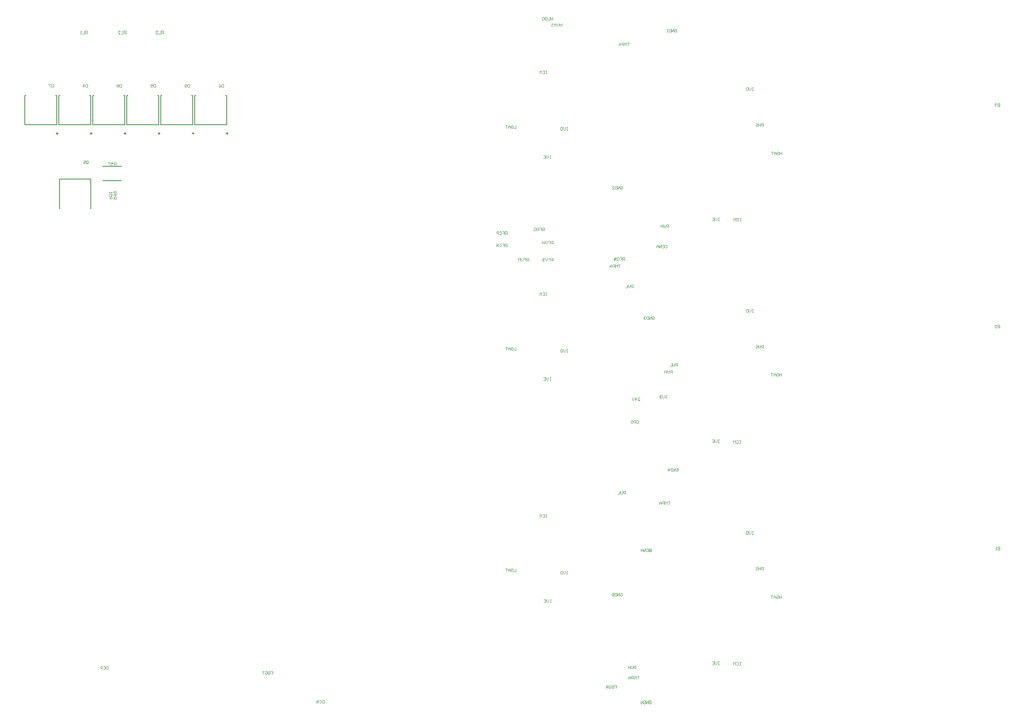
<source format=gbo>
G04*
G04 #@! TF.GenerationSoftware,Altium Limited,Altium Designer,24.9.1 (31)*
G04*
G04 Layer_Color=32896*
%FSLAX44Y44*%
%MOMM*%
G71*
G04*
G04 #@! TF.SameCoordinates,25B5EA7A-0A89-4A72-9C9E-8463CCD4450D*
G04*
G04*
G04 #@! TF.FilePolarity,Positive*
G04*
G01*
G75*
%ADD10C,0.2500*%
%ADD12C,0.2000*%
%ADD16C,0.0800*%
D10*
X-932000Y467125D02*
G03*
X-932000Y467125I-1250J0D01*
G01*
X-1076000Y467000D02*
G03*
X-1076000Y467000I-1250J0D01*
G01*
X-1220000D02*
G03*
X-1220000Y467000I-1250J0D01*
G01*
X-860000Y467000D02*
G03*
X-860000Y467000I-1250J0D01*
G01*
X-1004000Y467000D02*
G03*
X-1004000Y467000I-1250J0D01*
G01*
X-1148000Y467000D02*
G03*
X-1148000Y467000I-1250J0D01*
G01*
D12*
X-1125000Y366750D02*
X-1085000D01*
X-1125000Y397250D02*
X-1085000D01*
X-1216250Y307900D02*
Y370100D01*
X-1149750D01*
Y307900D02*
Y370100D01*
X-1150250Y307900D02*
X-1149750D01*
X-1216250D02*
X-1215750D01*
X-934350Y485275D02*
Y547475D01*
X-1001650Y485275D02*
X-934350D01*
X-1001650D02*
Y547475D01*
X-999500D01*
X-936500D02*
X-934350D01*
X-1078350Y485150D02*
Y547350D01*
X-1145650Y485150D02*
X-1078350D01*
X-1145650D02*
Y547350D01*
X-1143500D01*
X-1080500D02*
X-1078350D01*
X-1222350Y485150D02*
Y547350D01*
X-1289650Y485150D02*
X-1222350D01*
X-1289650D02*
Y547350D01*
X-1287500D01*
X-1224500D02*
X-1222350D01*
X-862350Y485150D02*
Y547350D01*
X-929650Y485150D02*
X-862350D01*
X-929650D02*
Y547350D01*
X-927500D01*
X-864500D02*
X-862350D01*
X-1006350Y485150D02*
Y547350D01*
X-1073650Y485150D02*
X-1006350D01*
X-1073650D02*
Y547350D01*
X-1071500D01*
X-1008500D02*
X-1006350D01*
X-1150350Y485150D02*
Y547350D01*
X-1217650Y485150D02*
X-1150350D01*
X-1217650D02*
Y547350D01*
X-1215500D01*
X-1152500D02*
X-1150350D01*
D16*
X773998Y529999D02*
Y524001D01*
X770999D01*
X770000Y525001D01*
Y526000D01*
X770999Y527000D01*
X773998D01*
X770999D01*
X770000Y528000D01*
Y528999D01*
X770999Y529999D01*
X773998D01*
X768000Y528999D02*
X767001Y529999D01*
X765001D01*
X764002Y528999D01*
Y528000D01*
X765001Y527000D01*
X766001D01*
X765001D01*
X764002Y526000D01*
Y525001D01*
X765001Y524001D01*
X767001D01*
X768000Y525001D01*
X773998Y60999D02*
Y55001D01*
X770999D01*
X770000Y56001D01*
Y57000D01*
X770999Y58000D01*
X773998D01*
X770999D01*
X770000Y59000D01*
Y59999D01*
X770999Y60999D01*
X773998D01*
X764002Y55001D02*
X768000D01*
X764002Y59000D01*
Y59999D01*
X765001Y60999D01*
X767001D01*
X768000Y59999D01*
X773999Y-409001D02*
Y-414999D01*
X771000D01*
X770000Y-413999D01*
Y-413000D01*
X771000Y-412000D01*
X773999D01*
X771000D01*
X770000Y-411000D01*
Y-410001D01*
X771000Y-409001D01*
X773999D01*
X768001Y-414999D02*
X766001D01*
X767001D01*
Y-409001D01*
X768001Y-410001D01*
X-171004Y197001D02*
Y202999D01*
X-174003D01*
X-175002Y201999D01*
Y200000D01*
X-174003Y199000D01*
X-171004D01*
X-173003D02*
X-175002Y197001D01*
X-181000Y202999D02*
X-177002D01*
Y200000D01*
X-179001D01*
X-177002D01*
Y197001D01*
X-183000Y202999D02*
Y199000D01*
X-184999Y197001D01*
X-186998Y199000D01*
Y202999D01*
X-192996Y201999D02*
X-191997Y202999D01*
X-189997D01*
X-188998Y201999D01*
Y201000D01*
X-189997Y200000D01*
X-191997D01*
X-192996Y199000D01*
Y198001D01*
X-191997Y197001D01*
X-189997D01*
X-188998Y198001D01*
X-223004Y197001D02*
Y202999D01*
X-226003D01*
X-227002Y201999D01*
Y200000D01*
X-226003Y199000D01*
X-223004D01*
X-225003D02*
X-227002Y197001D01*
X-233000Y202999D02*
X-229002D01*
Y200000D01*
X-231001D01*
X-229002D01*
Y197001D01*
X-235000Y202999D02*
Y199000D01*
X-236999Y197001D01*
X-238998Y199000D01*
Y202999D01*
X-240998Y197001D02*
Y202999D01*
X-242997Y201000D01*
X-244996Y202999D01*
Y197001D01*
X-171004Y233001D02*
Y238999D01*
X-174003D01*
X-175002Y237999D01*
Y236000D01*
X-174003Y235000D01*
X-171004D01*
X-173003D02*
X-175002Y233001D01*
X-181000Y238999D02*
X-177002D01*
Y236000D01*
X-179001D01*
X-177002D01*
Y233001D01*
X-183000Y238999D02*
Y235000D01*
X-184999Y233001D01*
X-186998Y235000D01*
Y238999D01*
X-188998D02*
Y233001D01*
Y236000D01*
X-192996D01*
Y238999D01*
Y233001D01*
X-269004Y253001D02*
Y258999D01*
X-272003D01*
X-273002Y257999D01*
Y256000D01*
X-272003Y255000D01*
X-269004D01*
X-271003D02*
X-273002Y253001D01*
X-279000Y258999D02*
X-275002D01*
Y256000D01*
X-277001D01*
X-275002D01*
Y253001D01*
X-284998Y257999D02*
X-283999Y258999D01*
X-281999D01*
X-281000Y257999D01*
Y254001D01*
X-281999Y253001D01*
X-283999D01*
X-284998Y254001D01*
X-286998Y253001D02*
Y258999D01*
X-289997D01*
X-290996Y257999D01*
Y256000D01*
X-289997Y255000D01*
X-286998D01*
X-269004Y227001D02*
Y232999D01*
X-272003D01*
X-273002Y231999D01*
Y230000D01*
X-272003Y229000D01*
X-269004D01*
X-271003D02*
X-273002Y227001D01*
X-279000Y232999D02*
X-275002D01*
Y230000D01*
X-277001D01*
X-275002D01*
Y227001D01*
X-284998Y231999D02*
X-283999Y232999D01*
X-281999D01*
X-281000Y231999D01*
Y228001D01*
X-281999Y227001D01*
X-283999D01*
X-284998Y228001D01*
X-286998Y227001D02*
Y232999D01*
X-290996Y227001D01*
Y232999D01*
X-1110999Y329002D02*
X-1105001D01*
Y332001D01*
X-1106001Y333001D01*
X-1108000D01*
X-1109000Y332001D01*
Y329002D01*
Y331002D02*
X-1110999Y333001D01*
X-1105001Y338999D02*
Y335000D01*
X-1108000D01*
X-1107000Y337000D01*
Y337999D01*
X-1108000Y338999D01*
X-1109999D01*
X-1110999Y337999D01*
Y336000D01*
X-1109999Y335000D01*
X-1110999Y340998D02*
Y342998D01*
Y341998D01*
X-1105001D01*
X-1106001Y340998D01*
X-1101999Y328003D02*
X-1096001D01*
Y331002D01*
X-1097001Y332001D01*
X-1099000D01*
X-1100000Y331002D01*
Y328003D01*
Y330002D02*
X-1101999Y332001D01*
Y337000D02*
X-1096001D01*
X-1099000Y334001D01*
Y337999D01*
X-1100999Y339999D02*
X-1101999Y340998D01*
Y342998D01*
X-1100999Y343997D01*
X-1097001D01*
X-1096001Y342998D01*
Y340998D01*
X-1097001Y339999D01*
X-1098000D01*
X-1099000Y340998D01*
Y343997D01*
X-1097003Y400001D02*
Y405999D01*
X-1100002D01*
X-1101001Y404999D01*
Y403000D01*
X-1100002Y402000D01*
X-1097003D01*
X-1099002D02*
X-1101001Y400001D01*
X-1106000D02*
Y405999D01*
X-1103001Y403000D01*
X-1106999D01*
X-1108999Y405999D02*
X-1112997D01*
Y404999D01*
X-1108999Y401001D01*
Y400001D01*
X-1159000Y404001D02*
Y407999D01*
X-1158001Y408999D01*
X-1156001D01*
X-1155002Y407999D01*
Y404001D01*
X-1156001Y403001D01*
X-1158001D01*
X-1157001Y405000D02*
X-1159000Y403001D01*
X-1158001D02*
X-1159000Y404001D01*
X-1164998Y408999D02*
X-1161000D01*
Y406000D01*
X-1162999Y407000D01*
X-1163999D01*
X-1164998Y406000D01*
Y404001D01*
X-1163999Y403001D01*
X-1161999D01*
X-1161000Y404001D01*
X-190004Y261001D02*
Y266999D01*
X-193003D01*
X-194002Y265999D01*
Y264000D01*
X-193003Y263000D01*
X-190004D01*
X-192003D02*
X-194002Y261001D01*
X-200000Y266999D02*
X-196002D01*
Y264000D01*
X-198001D01*
X-196002D01*
Y261001D01*
X-202000D02*
Y266999D01*
X-204999D01*
X-205998Y265999D01*
Y264000D01*
X-204999Y263000D01*
X-202000D01*
X-203999D02*
X-205998Y261001D01*
X-211996Y265999D02*
X-210997Y266999D01*
X-208997D01*
X-207998Y265999D01*
Y262001D01*
X-208997Y261001D01*
X-210997D01*
X-211996Y262001D01*
Y264000D01*
X-209997D01*
X-20004Y198001D02*
Y203999D01*
X-23003D01*
X-24002Y202999D01*
Y201000D01*
X-23003Y200000D01*
X-20004D01*
X-22003D02*
X-24002Y198001D01*
X-30000Y203999D02*
X-26002D01*
Y201000D01*
X-28001D01*
X-26002D01*
Y198001D01*
X-34999Y203999D02*
X-32999D01*
X-32000Y202999D01*
Y199001D01*
X-32999Y198001D01*
X-34999D01*
X-35998Y199001D01*
Y202999D01*
X-34999Y203999D01*
X-37998Y198001D02*
Y203999D01*
X-41996Y198001D01*
Y203999D01*
X-41002Y-702001D02*
X-37004D01*
Y-705000D01*
X-39003D01*
X-37004D01*
Y-707999D01*
X-43002Y-702001D02*
Y-707999D01*
X-46001D01*
X-47000Y-706999D01*
Y-706000D01*
X-46001Y-705000D01*
X-43002D01*
X-46001D01*
X-47000Y-704000D01*
Y-703001D01*
X-46001Y-702001D01*
X-43002D01*
X-51999D02*
X-49999D01*
X-49000Y-703001D01*
Y-706999D01*
X-49999Y-707999D01*
X-51999D01*
X-52998Y-706999D01*
Y-703001D01*
X-51999Y-702001D01*
X-54998Y-707999D02*
Y-702001D01*
X-58997Y-707999D01*
Y-702001D01*
X31998Y-736001D02*
X32997Y-735001D01*
X34997D01*
X35996Y-736001D01*
Y-739999D01*
X34997Y-740999D01*
X32997D01*
X31998Y-739999D01*
Y-738000D01*
X33997D01*
X29998Y-740999D02*
Y-735001D01*
X26000Y-740999D01*
Y-735001D01*
X24000D02*
Y-740999D01*
X21001D01*
X20002Y-739999D01*
Y-736001D01*
X21001Y-735001D01*
X24000D01*
X14004D02*
X16003Y-736001D01*
X18002Y-738000D01*
Y-739999D01*
X17003Y-740999D01*
X15003D01*
X14004Y-739999D01*
Y-739000D01*
X15003Y-738000D01*
X18002D01*
X-29002Y-508001D02*
X-28003Y-507001D01*
X-26003D01*
X-25004Y-508001D01*
Y-511999D01*
X-26003Y-512999D01*
X-28003D01*
X-29002Y-511999D01*
Y-510000D01*
X-27003D01*
X-31002Y-512999D02*
Y-507001D01*
X-35000Y-512999D01*
Y-507001D01*
X-37000D02*
Y-512999D01*
X-39999D01*
X-40998Y-511999D01*
Y-508001D01*
X-39999Y-507001D01*
X-37000D01*
X-46996D02*
X-42998D01*
Y-510000D01*
X-44997Y-509000D01*
X-45997D01*
X-46996Y-510000D01*
Y-511999D01*
X-45997Y-512999D01*
X-43997D01*
X-42998Y-511999D01*
X89998Y-244001D02*
X90997Y-243001D01*
X92997D01*
X93996Y-244001D01*
Y-247999D01*
X92997Y-248999D01*
X90997D01*
X89998Y-247999D01*
Y-246000D01*
X91997D01*
X87998Y-248999D02*
Y-243001D01*
X84000Y-248999D01*
Y-243001D01*
X82000D02*
Y-248999D01*
X79001D01*
X78002Y-247999D01*
Y-244001D01*
X79001Y-243001D01*
X82000D01*
X73003Y-248999D02*
Y-243001D01*
X76002Y-246000D01*
X72004D01*
X38998Y77999D02*
X39997Y78999D01*
X41997D01*
X42996Y77999D01*
Y74001D01*
X41997Y73001D01*
X39997D01*
X38998Y74001D01*
Y76000D01*
X40997D01*
X36998Y73001D02*
Y78999D01*
X33000Y73001D01*
Y78999D01*
X31000D02*
Y73001D01*
X28001D01*
X27002Y74001D01*
Y77999D01*
X28001Y78999D01*
X31000D01*
X25002Y77999D02*
X24003Y78999D01*
X22003D01*
X21004Y77999D01*
Y77000D01*
X22003Y76000D01*
X23003D01*
X22003D01*
X21004Y75000D01*
Y74001D01*
X22003Y73001D01*
X24003D01*
X25002Y74001D01*
X-28002Y353999D02*
X-27003Y354999D01*
X-25003D01*
X-24004Y353999D01*
Y350001D01*
X-25003Y349001D01*
X-27003D01*
X-28002Y350001D01*
Y352000D01*
X-26003D01*
X-30002Y349001D02*
Y354999D01*
X-34000Y349001D01*
Y354999D01*
X-36000D02*
Y349001D01*
X-38999D01*
X-39998Y350001D01*
Y353999D01*
X-38999Y354999D01*
X-36000D01*
X-45996Y349001D02*
X-41998D01*
X-45996Y353000D01*
Y353999D01*
X-44997Y354999D01*
X-42997D01*
X-41998Y353999D01*
X85998Y686999D02*
X86998Y687999D01*
X88997D01*
X89997Y686999D01*
Y683001D01*
X88997Y682001D01*
X86998D01*
X85998Y683001D01*
Y685000D01*
X87997D01*
X83999Y682001D02*
Y687999D01*
X80000Y682001D01*
Y687999D01*
X78001D02*
Y682001D01*
X75002D01*
X74002Y683001D01*
Y686999D01*
X75002Y687999D01*
X78001D01*
X72003Y682001D02*
X70003D01*
X71003D01*
Y687999D01*
X72003Y686999D01*
X7999Y-98999D02*
X11997D01*
X7999Y-95000D01*
Y-94001D01*
X8998Y-93001D01*
X10998D01*
X11997Y-94001D01*
X3000Y-98999D02*
Y-93001D01*
X5999Y-96000D01*
X2001D01*
X1Y-93001D02*
Y-97000D01*
X-1998Y-98999D01*
X-3997Y-97000D01*
Y-93001D01*
X70997Y-89001D02*
X69998Y-88001D01*
X67998D01*
X66999Y-89001D01*
Y-90000D01*
X67998Y-91000D01*
X68998D01*
X67998D01*
X66999Y-92000D01*
Y-92999D01*
X67998Y-93999D01*
X69998D01*
X70997Y-92999D01*
X64999Y-88001D02*
Y-92000D01*
X63000Y-93999D01*
X61001Y-92000D01*
Y-88001D01*
X59001Y-89001D02*
X58002Y-88001D01*
X56002D01*
X55003Y-89001D01*
Y-90000D01*
X56002Y-91000D01*
X57002D01*
X56002D01*
X55003Y-92000D01*
Y-92999D01*
X56002Y-93999D01*
X58002D01*
X59001Y-92999D01*
X10997Y-683001D02*
X6998D01*
X8997D01*
Y-688999D01*
X4998D02*
Y-683001D01*
X2999Y-685000D01*
X1000Y-683001D01*
Y-688999D01*
X-1000D02*
Y-683001D01*
X-3999D01*
X-4998Y-684001D01*
Y-686000D01*
X-3999Y-687000D01*
X-1000D01*
X-6998Y-688999D02*
Y-685000D01*
X-8997Y-683001D01*
X-10996Y-685000D01*
Y-688999D01*
Y-686000D01*
X-6998D01*
X-10004Y658999D02*
X-14002D01*
X-12003D01*
Y653001D01*
X-16002D02*
Y658999D01*
X-18001Y657000D01*
X-20000Y658999D01*
Y653001D01*
X-22000D02*
Y658999D01*
X-24999D01*
X-25998Y657999D01*
Y656000D01*
X-24999Y655000D01*
X-22000D01*
X-27998Y653001D02*
Y657000D01*
X-29997Y658999D01*
X-31997Y657000D01*
Y653001D01*
Y656000D01*
X-27998D01*
X-29004Y188999D02*
X-33002D01*
X-31003D01*
Y183001D01*
X-35002D02*
Y188999D01*
X-37001Y187000D01*
X-39000Y188999D01*
Y183001D01*
X-41000D02*
Y188999D01*
X-43999D01*
X-44998Y187999D01*
Y186000D01*
X-43999Y185000D01*
X-41000D01*
X-46998Y183001D02*
Y187000D01*
X-48997Y188999D01*
X-50996Y187000D01*
Y183001D01*
Y186000D01*
X-46998D01*
X75996Y-313001D02*
X71998D01*
X73997D01*
Y-318999D01*
X69998D02*
Y-313001D01*
X67999Y-315000D01*
X66000Y-313001D01*
Y-318999D01*
X64000D02*
Y-313001D01*
X61001D01*
X60002Y-314001D01*
Y-316000D01*
X61001Y-317000D01*
X64000D01*
X58002Y-318999D02*
Y-315000D01*
X56003Y-313001D01*
X54004Y-315000D01*
Y-318999D01*
Y-316000D01*
X58002D01*
X91997Y-25999D02*
Y-20001D01*
X88998D01*
X87999Y-21001D01*
Y-23000D01*
X88998Y-24000D01*
X91997D01*
X85999Y-20001D02*
Y-25999D01*
X84000Y-24000D01*
X82001Y-25999D01*
Y-20001D01*
X80001D02*
Y-25999D01*
X76003D01*
X72997Y268001D02*
Y273999D01*
X69998D01*
X68999Y272999D01*
Y271000D01*
X69998Y270000D01*
X72997D01*
X66999Y273999D02*
Y268001D01*
X65000Y270000D01*
X63001Y268001D01*
Y273999D01*
X61001D02*
Y268001D01*
Y271000D01*
X57003D01*
Y273999D01*
Y268001D01*
X-2003Y140001D02*
Y145999D01*
X-5002D01*
X-6001Y144999D01*
Y143000D01*
X-5002Y142000D01*
X-2003D01*
X-8001Y145999D02*
Y142000D01*
X-10000Y140001D01*
X-11999Y142000D01*
Y145999D01*
X-13999D02*
Y140001D01*
X-17997D01*
X80997Y-40999D02*
Y-35001D01*
X77998D01*
X76999Y-36001D01*
Y-38000D01*
X77998Y-39000D01*
X80997D01*
X74999Y-35001D02*
Y-39000D01*
X73000Y-40999D01*
X71001Y-39000D01*
Y-35001D01*
X69001D02*
Y-40999D01*
Y-38000D01*
X65003D01*
Y-35001D01*
Y-40999D01*
X-18003Y-296999D02*
Y-291001D01*
X-21002D01*
X-22001Y-292001D01*
Y-294000D01*
X-21002Y-295000D01*
X-18003D01*
X-24001Y-291001D02*
Y-295999D01*
X-25000Y-296999D01*
X-27000D01*
X-27999Y-295999D01*
Y-291001D01*
X-29999D02*
Y-296999D01*
X-33997D01*
X3997Y-666999D02*
Y-661001D01*
X998D01*
X-1Y-662001D01*
Y-664000D01*
X998Y-665000D01*
X3997D01*
X-2001Y-661001D02*
Y-665999D01*
X-3000Y-666999D01*
X-5000D01*
X-5999Y-665999D01*
Y-661001D01*
X-7999D02*
Y-666999D01*
Y-664000D01*
X-11997D01*
Y-661001D01*
Y-666999D01*
X273997Y482001D02*
Y487999D01*
X270998D01*
X269999Y486999D01*
Y485000D01*
X270998Y484000D01*
X273997D01*
X267999Y487999D02*
Y482001D01*
Y485000D01*
X264001D01*
Y487999D01*
Y482001D01*
X258003Y486999D02*
X259002Y487999D01*
X261002D01*
X262001Y486999D01*
Y486000D01*
X261002Y485000D01*
X259002D01*
X258003Y484000D01*
Y483001D01*
X259002Y482001D01*
X261002D01*
X262001Y483001D01*
X273997Y12001D02*
Y17999D01*
X270998D01*
X269999Y16999D01*
Y15000D01*
X270998Y14000D01*
X273997D01*
X267999Y17999D02*
Y12001D01*
Y15000D01*
X264001D01*
Y17999D01*
Y12001D01*
X258003Y16999D02*
X259002Y17999D01*
X261002D01*
X262001Y16999D01*
Y16000D01*
X261002Y15000D01*
X259002D01*
X258003Y14000D01*
Y13001D01*
X259002Y12001D01*
X261002D01*
X262001Y13001D01*
X273997Y-457999D02*
Y-452001D01*
X270998D01*
X269999Y-453001D01*
Y-455000D01*
X270998Y-456000D01*
X273997D01*
X267999Y-452001D02*
Y-457999D01*
Y-455000D01*
X264001D01*
Y-452001D01*
Y-457999D01*
X258003Y-453001D02*
X259002Y-452001D01*
X261002D01*
X262001Y-453001D01*
Y-454000D01*
X261002Y-455000D01*
X259002D01*
X258003Y-456000D01*
Y-456999D01*
X259002Y-457999D01*
X261002D01*
X262001Y-456999D01*
X-250004Y483999D02*
Y478001D01*
X-254002D01*
X-260000Y482999D02*
X-259001Y483999D01*
X-257001D01*
X-256002Y482999D01*
Y479001D01*
X-257001Y478001D01*
X-259001D01*
X-260000Y479001D01*
Y481000D01*
X-258001D01*
X-262000Y478001D02*
Y482000D01*
X-263999Y483999D01*
X-265998Y482000D01*
Y478001D01*
Y481000D01*
X-262000D01*
X-267998Y483999D02*
X-271996D01*
X-269997D01*
Y478001D01*
X-250004Y13999D02*
Y8001D01*
X-254002D01*
X-260000Y12999D02*
X-259001Y13999D01*
X-257001D01*
X-256002Y12999D01*
Y9001D01*
X-257001Y8001D01*
X-259001D01*
X-260000Y9001D01*
Y11000D01*
X-258001D01*
X-262000Y8001D02*
Y12000D01*
X-263999Y13999D01*
X-265998Y12000D01*
Y8001D01*
Y11000D01*
X-262000D01*
X-267998Y13999D02*
X-271996D01*
X-269997D01*
Y8001D01*
X-250004Y-455001D02*
Y-460999D01*
X-254002D01*
X-260000Y-456001D02*
X-259001Y-455001D01*
X-257001D01*
X-256002Y-456001D01*
Y-459999D01*
X-257001Y-460999D01*
X-259001D01*
X-260000Y-459999D01*
Y-458000D01*
X-258001D01*
X-262000Y-460999D02*
Y-457000D01*
X-263999Y-455001D01*
X-265998Y-457000D01*
Y-460999D01*
Y-458000D01*
X-262000D01*
X-267998Y-455001D02*
X-271996D01*
X-269997D01*
Y-460999D01*
X-176502Y419999D02*
X-178502D01*
X-177502D01*
Y414001D01*
X-176502D01*
X-178502D01*
X-181501Y419999D02*
Y416000D01*
X-183500Y414001D01*
X-185499Y416000D01*
Y419999D01*
X-191498D02*
X-187499D01*
Y414001D01*
X-191498D01*
X-187499Y417000D02*
X-189498D01*
X180498Y287999D02*
X178498D01*
X179498D01*
Y282001D01*
X180498D01*
X178498D01*
X175499Y287999D02*
Y284000D01*
X173500Y282001D01*
X171500Y284000D01*
Y287999D01*
X165502D02*
X169501D01*
Y282001D01*
X165502D01*
X169501Y285000D02*
X167502D01*
X-176502Y-50001D02*
X-178502D01*
X-177502D01*
Y-55999D01*
X-176502D01*
X-178502D01*
X-181501Y-50001D02*
Y-54000D01*
X-183500Y-55999D01*
X-185499Y-54000D01*
Y-50001D01*
X-191498D02*
X-187499D01*
Y-55999D01*
X-191498D01*
X-187499Y-53000D02*
X-189498D01*
X180498Y-182001D02*
X178498D01*
X179498D01*
Y-187999D01*
X180498D01*
X178498D01*
X175499Y-182001D02*
Y-186000D01*
X173500Y-187999D01*
X171500Y-186000D01*
Y-182001D01*
X165502D02*
X169501D01*
Y-187999D01*
X165502D01*
X169501Y-185000D02*
X167502D01*
X-175502Y-520001D02*
X-177502D01*
X-176502D01*
Y-525999D01*
X-175502D01*
X-177502D01*
X-180501Y-520001D02*
Y-524000D01*
X-182500Y-525999D01*
X-184499Y-524000D01*
Y-520001D01*
X-190498D02*
X-186499D01*
Y-525999D01*
X-190498D01*
X-186499Y-523000D02*
X-188498D01*
X180498Y-652001D02*
X178498D01*
X179498D01*
Y-657999D01*
X180498D01*
X178498D01*
X175499Y-652001D02*
Y-656000D01*
X173500Y-657999D01*
X171500Y-656000D01*
Y-652001D01*
X165502D02*
X169501D01*
Y-657999D01*
X165502D01*
X169501Y-655000D02*
X167502D01*
X-140503Y479999D02*
X-142502D01*
X-141502D01*
Y474001D01*
X-140503D01*
X-142502D01*
X-145501Y479999D02*
Y476000D01*
X-147500Y474001D01*
X-149500Y476000D01*
Y479999D01*
X-151499D02*
Y474001D01*
X-154498D01*
X-155498Y475001D01*
Y478999D01*
X-154498Y479999D01*
X-151499D01*
X252498Y563999D02*
X250498D01*
X251498D01*
Y558001D01*
X252498D01*
X250498D01*
X247499Y563999D02*
Y560000D01*
X245500Y558001D01*
X243500Y560000D01*
Y563999D01*
X241501D02*
Y558001D01*
X238502D01*
X237502Y559001D01*
Y562999D01*
X238502Y563999D01*
X241501D01*
X-140503Y9999D02*
X-142502D01*
X-141502D01*
Y4001D01*
X-140503D01*
X-142502D01*
X-145501Y9999D02*
Y6000D01*
X-147500Y4001D01*
X-149500Y6000D01*
Y9999D01*
X-151499D02*
Y4001D01*
X-154498D01*
X-155498Y5001D01*
Y8999D01*
X-154498Y9999D01*
X-151499D01*
X252498Y93999D02*
X250498D01*
X251498D01*
Y88001D01*
X252498D01*
X250498D01*
X247499Y93999D02*
Y90000D01*
X245500Y88001D01*
X243500Y90000D01*
Y93999D01*
X241501D02*
Y88001D01*
X238502D01*
X237502Y89001D01*
Y92999D01*
X238502Y93999D01*
X241501D01*
X-140503Y-460001D02*
X-142502D01*
X-141502D01*
Y-465999D01*
X-140503D01*
X-142502D01*
X-145501Y-460001D02*
Y-464000D01*
X-147500Y-465999D01*
X-149500Y-464000D01*
Y-460001D01*
X-151499D02*
Y-465999D01*
X-154498D01*
X-155498Y-464999D01*
Y-461001D01*
X-154498Y-460001D01*
X-151499D01*
X252498Y-376001D02*
X250498D01*
X251498D01*
Y-381999D01*
X252498D01*
X250498D01*
X247499Y-376001D02*
Y-380000D01*
X245500Y-381999D01*
X243500Y-380000D01*
Y-376001D01*
X241501D02*
Y-381999D01*
X238502D01*
X237502Y-380999D01*
Y-377001D01*
X238502Y-376001D01*
X241501D01*
X-184503Y599999D02*
X-186502D01*
X-185502D01*
Y594001D01*
X-184503D01*
X-186502D01*
X-193500Y598999D02*
X-192500Y599999D01*
X-190501D01*
X-189501Y598999D01*
Y595001D01*
X-190501Y594001D01*
X-192500D01*
X-193500Y595001D01*
X-195499Y594001D02*
Y599999D01*
X-197498Y598000D01*
X-199498Y599999D01*
Y594001D01*
X226497Y286999D02*
X224498D01*
X225498D01*
Y281001D01*
X226497D01*
X224498D01*
X217500Y285999D02*
X218500Y286999D01*
X220499D01*
X221499Y285999D01*
Y282001D01*
X220499Y281001D01*
X218500D01*
X217500Y282001D01*
X215501Y281001D02*
Y286999D01*
X213502Y285000D01*
X211502Y286999D01*
Y281001D01*
X-184503Y129999D02*
X-186502D01*
X-185502D01*
Y124001D01*
X-184503D01*
X-186502D01*
X-193500Y128999D02*
X-192500Y129999D01*
X-190501D01*
X-189501Y128999D01*
Y125001D01*
X-190501Y124001D01*
X-192500D01*
X-193500Y125001D01*
X-195499Y124001D02*
Y129999D01*
X-197498Y128000D01*
X-199498Y129999D01*
Y124001D01*
X225497Y-183001D02*
X223498D01*
X224498D01*
Y-188999D01*
X225497D01*
X223498D01*
X216500Y-184001D02*
X217500Y-183001D01*
X219499D01*
X220499Y-184001D01*
Y-187999D01*
X219499Y-188999D01*
X217500D01*
X216500Y-187999D01*
X214501Y-188999D02*
Y-183001D01*
X212502Y-185000D01*
X210502Y-183001D01*
Y-188999D01*
X-184503Y-340001D02*
X-186502D01*
X-185502D01*
Y-345999D01*
X-184503D01*
X-186502D01*
X-193500Y-341001D02*
X-192500Y-340001D01*
X-190501D01*
X-189501Y-341001D01*
Y-344999D01*
X-190501Y-345999D01*
X-192500D01*
X-193500Y-344999D01*
X-195499Y-345999D02*
Y-340001D01*
X-197498Y-342000D01*
X-199498Y-340001D01*
Y-345999D01*
X225497Y-653001D02*
X223498D01*
X224498D01*
Y-658999D01*
X225497D01*
X223498D01*
X216500Y-654001D02*
X217500Y-653001D01*
X219499D01*
X220499Y-654001D01*
Y-657999D01*
X219499Y-658999D01*
X217500D01*
X216500Y-657999D01*
X214501Y-658999D02*
Y-653001D01*
X212502Y-655000D01*
X210502Y-653001D01*
Y-658999D01*
X-153004Y699999D02*
Y694001D01*
Y697000D01*
X-157002D01*
Y699999D01*
Y694001D01*
X-159002Y699999D02*
Y696000D01*
X-161001Y694001D01*
X-163000Y696000D01*
Y699999D01*
X-165000Y694001D02*
Y699999D01*
X-166999Y698000D01*
X-168998Y699999D01*
Y694001D01*
X-174996Y698999D02*
X-173997Y699999D01*
X-171997D01*
X-170998Y698999D01*
Y698000D01*
X-171997Y697000D01*
X-173997D01*
X-174996Y696000D01*
Y695001D01*
X-173997Y694001D01*
X-171997D01*
X-170998Y695001D01*
X-172004Y712999D02*
Y707001D01*
Y710000D01*
X-176002D01*
Y712999D01*
Y707001D01*
X-178002Y712999D02*
Y707001D01*
X-182000D01*
X-184000Y712999D02*
Y707001D01*
X-186999D01*
X-187998Y708001D01*
Y711999D01*
X-186999Y712999D01*
X-184000D01*
X-192997D02*
X-190997D01*
X-189998Y711999D01*
Y708001D01*
X-190997Y707001D01*
X-192997D01*
X-193996Y708001D01*
Y711999D01*
X-192997Y712999D01*
X312996Y427999D02*
Y422001D01*
Y425000D01*
X308998D01*
Y427999D01*
Y422001D01*
X303000Y426999D02*
X303999Y427999D01*
X305999D01*
X306998Y426999D01*
Y423001D01*
X305999Y422001D01*
X303999D01*
X303000Y423001D01*
Y425000D01*
X304999D01*
X301000Y422001D02*
Y426000D01*
X299001Y427999D01*
X297002Y426000D01*
Y422001D01*
Y425000D01*
X301000D01*
X295002Y427999D02*
X291004D01*
X293003D01*
Y422001D01*
X311996Y-41001D02*
Y-46999D01*
Y-44000D01*
X307998D01*
Y-41001D01*
Y-46999D01*
X302000Y-42001D02*
X302999Y-41001D01*
X304999D01*
X305998Y-42001D01*
Y-45999D01*
X304999Y-46999D01*
X302999D01*
X302000Y-45999D01*
Y-44000D01*
X303999D01*
X300000Y-46999D02*
Y-43000D01*
X298001Y-41001D01*
X296002Y-43000D01*
Y-46999D01*
Y-44000D01*
X300000D01*
X294002Y-41001D02*
X290004D01*
X292003D01*
Y-46999D01*
X311996Y-512001D02*
Y-517999D01*
Y-515000D01*
X307998D01*
Y-512001D01*
Y-517999D01*
X302000Y-513001D02*
X302999Y-512001D01*
X304999D01*
X305998Y-513001D01*
Y-516999D01*
X304999Y-517999D01*
X302999D01*
X302000Y-516999D01*
Y-515000D01*
X303999D01*
X300000Y-517999D02*
Y-514000D01*
X298001Y-512001D01*
X296002Y-514000D01*
Y-517999D01*
Y-515000D01*
X300000D01*
X294002Y-512001D02*
X290004D01*
X292003D01*
Y-517999D01*
X5999Y-142001D02*
X6998Y-141001D01*
X8998D01*
X9997Y-142001D01*
Y-145999D01*
X8998Y-146999D01*
X6998D01*
X5999Y-145999D01*
X3999Y-146999D02*
Y-141001D01*
X1000D01*
X1Y-142001D01*
Y-144000D01*
X1000Y-145000D01*
X3999D01*
X-5997Y-142001D02*
X-4998Y-141001D01*
X-2998D01*
X-1999Y-142001D01*
Y-145999D01*
X-2998Y-146999D01*
X-4998D01*
X-5997Y-145999D01*
Y-144000D01*
X-3998D01*
X65998Y229999D02*
X66997Y230999D01*
X68997D01*
X69996Y229999D01*
Y226001D01*
X68997Y225001D01*
X66997D01*
X65998Y226001D01*
X60000Y230999D02*
X63998D01*
Y225001D01*
X60000D01*
X63998Y228000D02*
X61999D01*
X58000Y225001D02*
Y230999D01*
X54002Y225001D01*
Y230999D01*
X52002Y225001D02*
Y229000D01*
X50003Y230999D01*
X48004Y229000D01*
Y225001D01*
Y228000D01*
X52002D01*
X36996Y-413001D02*
Y-418999D01*
X33997D01*
X32998Y-417999D01*
Y-417000D01*
X33997Y-416000D01*
X36996D01*
X33997D01*
X32998Y-415000D01*
Y-414001D01*
X33997Y-413001D01*
X36996D01*
X27000D02*
X30998D01*
Y-418999D01*
X27000D01*
X30998Y-416000D02*
X28999D01*
X25000Y-418999D02*
Y-413001D01*
X21002Y-418999D01*
Y-413001D01*
X19002Y-418999D02*
Y-415000D01*
X17003Y-413001D01*
X15004Y-415000D01*
Y-418999D01*
Y-416000D01*
X19002D01*
X-769002Y-673001D02*
X-765004D01*
Y-676000D01*
X-767003D01*
X-765004D01*
Y-678999D01*
X-771002Y-673001D02*
Y-678999D01*
X-774001D01*
X-775000Y-677999D01*
Y-677000D01*
X-774001Y-676000D01*
X-771002D01*
X-774001D01*
X-775000Y-675000D01*
Y-674001D01*
X-774001Y-673001D01*
X-771002D01*
X-780998Y-674001D02*
X-779999Y-673001D01*
X-777999D01*
X-777000Y-674001D01*
Y-677999D01*
X-777999Y-678999D01*
X-779999D01*
X-780998Y-677999D01*
Y-676000D01*
X-778999D01*
X-782998Y-673001D02*
X-786996D01*
X-784997D01*
Y-678999D01*
X-656003Y-734001D02*
Y-739999D01*
X-659002D01*
X-660001Y-738999D01*
Y-735001D01*
X-659002Y-734001D01*
X-656003D01*
X-665999Y-735001D02*
X-665000Y-734001D01*
X-663000D01*
X-662001Y-735001D01*
Y-738999D01*
X-663000Y-739999D01*
X-665000D01*
X-665999Y-738999D01*
X-667999Y-739999D02*
Y-734001D01*
X-671997Y-739999D01*
Y-734001D01*
X-996003Y678001D02*
Y683999D01*
X-999002D01*
X-1000001Y682999D01*
Y681000D01*
X-999002Y680000D01*
X-996003D01*
X-998002D02*
X-1000001Y678001D01*
X-1002001Y683999D02*
Y678001D01*
X-1005999D01*
X-1007999Y682999D02*
X-1008998Y683999D01*
X-1010998D01*
X-1011997Y682999D01*
Y682000D01*
X-1010998Y681000D01*
X-1009998D01*
X-1010998D01*
X-1011997Y680000D01*
Y679001D01*
X-1010998Y678001D01*
X-1008998D01*
X-1007999Y679001D01*
X-1076003Y678001D02*
Y683999D01*
X-1079002D01*
X-1080001Y682999D01*
Y681000D01*
X-1079002Y680000D01*
X-1076003D01*
X-1078002D02*
X-1080001Y678001D01*
X-1082001Y683999D02*
Y678001D01*
X-1085999D01*
X-1091997D02*
X-1087999D01*
X-1091997Y682000D01*
Y682999D01*
X-1090998Y683999D01*
X-1088998D01*
X-1087999Y682999D01*
X-1158002Y678001D02*
Y683999D01*
X-1161001D01*
X-1162001Y682999D01*
Y681000D01*
X-1161001Y680000D01*
X-1158002D01*
X-1160002D02*
X-1162001Y678001D01*
X-1164000Y683999D02*
Y678001D01*
X-1167999D01*
X-1169998D02*
X-1171998D01*
X-1170998D01*
Y683999D01*
X-1169998Y682999D01*
X-941002Y570999D02*
Y565001D01*
X-944001D01*
X-945000Y566001D01*
Y569999D01*
X-944001Y570999D01*
X-941002D01*
X-947000Y566001D02*
X-947999Y565001D01*
X-949999D01*
X-950998Y566001D01*
Y569999D01*
X-949999Y570999D01*
X-947999D01*
X-947000Y569999D01*
Y569000D01*
X-947999Y568000D01*
X-950998D01*
X-1085002Y570999D02*
Y565001D01*
X-1088001D01*
X-1089000Y566001D01*
Y569999D01*
X-1088001Y570999D01*
X-1085002D01*
X-1091000Y569999D02*
X-1091999Y570999D01*
X-1093999D01*
X-1094998Y569999D01*
Y569000D01*
X-1093999Y568000D01*
X-1094998Y567000D01*
Y566001D01*
X-1093999Y565001D01*
X-1091999D01*
X-1091000Y566001D01*
Y567000D01*
X-1091999Y568000D01*
X-1091000Y569000D01*
Y569999D01*
X-1091999Y568000D02*
X-1093999D01*
X-1229002Y570999D02*
Y565001D01*
X-1232001D01*
X-1233000Y566001D01*
Y569999D01*
X-1232001Y570999D01*
X-1229002D01*
X-1235000D02*
X-1238998D01*
Y569999D01*
X-1235000Y566001D01*
Y565001D01*
X-869002Y570999D02*
Y565001D01*
X-872001D01*
X-873000Y566001D01*
Y569999D01*
X-872001Y570999D01*
X-869002D01*
X-878998D02*
X-876999Y569999D01*
X-875000Y568000D01*
Y566001D01*
X-875999Y565001D01*
X-877999D01*
X-878998Y566001D01*
Y567000D01*
X-877999Y568000D01*
X-875000D01*
X-1013002Y570999D02*
Y565001D01*
X-1016001D01*
X-1017000Y566001D01*
Y569999D01*
X-1016001Y570999D01*
X-1013002D01*
X-1022998D02*
X-1019000D01*
Y568000D01*
X-1020999Y569000D01*
X-1021999D01*
X-1022998Y568000D01*
Y566001D01*
X-1021999Y565001D01*
X-1019999D01*
X-1019000Y566001D01*
X-1157002Y570999D02*
Y565001D01*
X-1160001D01*
X-1161000Y566001D01*
Y569999D01*
X-1160001Y570999D01*
X-1157002D01*
X-1165999Y565001D02*
Y570999D01*
X-1163000Y568000D01*
X-1166998D01*
X-1114003Y-662001D02*
Y-667999D01*
X-1117002D01*
X-1118001Y-666999D01*
Y-663001D01*
X-1117002Y-662001D01*
X-1114003D01*
X-1123999Y-663001D02*
X-1123000Y-662001D01*
X-1121000D01*
X-1120001Y-663001D01*
Y-666999D01*
X-1121000Y-667999D01*
X-1123000D01*
X-1123999Y-666999D01*
X-1125999Y-667999D02*
Y-662001D01*
X-1128998D01*
X-1129997Y-663001D01*
Y-665000D01*
X-1128998Y-666000D01*
X-1125999D01*
M02*

</source>
